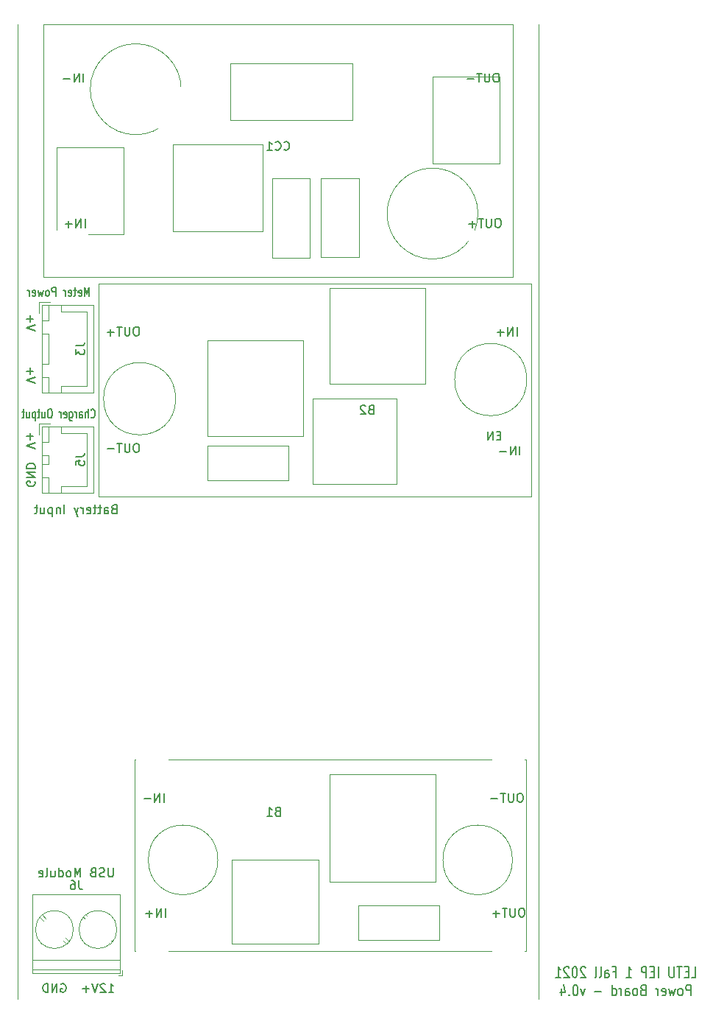
<source format=gbo>
G04 #@! TF.GenerationSoftware,KiCad,Pcbnew,5.1.10*
G04 #@! TF.CreationDate,2021-06-29T02:57:08-05:00*
G04 #@! TF.ProjectId,Power Board,506f7765-7220-4426-9f61-72642e6b6963,rev?*
G04 #@! TF.SameCoordinates,Original*
G04 #@! TF.FileFunction,Legend,Bot*
G04 #@! TF.FilePolarity,Positive*
%FSLAX46Y46*%
G04 Gerber Fmt 4.6, Leading zero omitted, Abs format (unit mm)*
G04 Created by KiCad (PCBNEW 5.1.10) date 2021-06-29 02:57:08*
%MOMM*%
%LPD*%
G01*
G04 APERTURE LIST*
%ADD10C,0.200000*%
%ADD11C,0.150000*%
%ADD12C,0.120000*%
%ADD13O,1.700000X1.700000*%
%ADD14R,1.700000X1.700000*%
%ADD15O,1.950000X1.700000*%
%ADD16C,5.500000*%
%ADD17R,3.750000X3.750000*%
%ADD18C,2.600000*%
%ADD19R,2.600000X2.600000*%
%ADD20C,2.000000*%
%ADD21O,2.000000X1.700000*%
%ADD22C,10.600000*%
%ADD23C,0.900000*%
G04 APERTURE END LIST*
D10*
X115047619Y-125527976D02*
X115523809Y-125527976D01*
X115523809Y-124277976D01*
X114714285Y-124873214D02*
X114380952Y-124873214D01*
X114238095Y-125527976D02*
X114714285Y-125527976D01*
X114714285Y-124277976D01*
X114238095Y-124277976D01*
X113952380Y-124277976D02*
X113380952Y-124277976D01*
X113666666Y-125527976D02*
X113666666Y-124277976D01*
X113047619Y-124277976D02*
X113047619Y-125289880D01*
X113000000Y-125408928D01*
X112952380Y-125468452D01*
X112857142Y-125527976D01*
X112666666Y-125527976D01*
X112571428Y-125468452D01*
X112523809Y-125408928D01*
X112476190Y-125289880D01*
X112476190Y-124277976D01*
X111238095Y-125527976D02*
X111238095Y-124277976D01*
X110761904Y-124873214D02*
X110428571Y-124873214D01*
X110285714Y-125527976D02*
X110761904Y-125527976D01*
X110761904Y-124277976D01*
X110285714Y-124277976D01*
X109857142Y-125527976D02*
X109857142Y-124277976D01*
X109476190Y-124277976D01*
X109380952Y-124337500D01*
X109333333Y-124397023D01*
X109285714Y-124516071D01*
X109285714Y-124694642D01*
X109333333Y-124813690D01*
X109380952Y-124873214D01*
X109476190Y-124932738D01*
X109857142Y-124932738D01*
X107571428Y-125527976D02*
X108142857Y-125527976D01*
X107857142Y-125527976D02*
X107857142Y-124277976D01*
X107952380Y-124456547D01*
X108047619Y-124575595D01*
X108142857Y-124635119D01*
X106047619Y-124873214D02*
X106380952Y-124873214D01*
X106380952Y-125527976D02*
X106380952Y-124277976D01*
X105904761Y-124277976D01*
X105095238Y-125527976D02*
X105095238Y-124873214D01*
X105142857Y-124754166D01*
X105238095Y-124694642D01*
X105428571Y-124694642D01*
X105523809Y-124754166D01*
X105095238Y-125468452D02*
X105190476Y-125527976D01*
X105428571Y-125527976D01*
X105523809Y-125468452D01*
X105571428Y-125349404D01*
X105571428Y-125230357D01*
X105523809Y-125111309D01*
X105428571Y-125051785D01*
X105190476Y-125051785D01*
X105095238Y-124992261D01*
X104476190Y-125527976D02*
X104571428Y-125468452D01*
X104619047Y-125349404D01*
X104619047Y-124277976D01*
X103952380Y-125527976D02*
X104047619Y-125468452D01*
X104095238Y-125349404D01*
X104095238Y-124277976D01*
X102857142Y-124397023D02*
X102809523Y-124337500D01*
X102714285Y-124277976D01*
X102476190Y-124277976D01*
X102380952Y-124337500D01*
X102333333Y-124397023D01*
X102285714Y-124516071D01*
X102285714Y-124635119D01*
X102333333Y-124813690D01*
X102904761Y-125527976D01*
X102285714Y-125527976D01*
X101666666Y-124277976D02*
X101571428Y-124277976D01*
X101476190Y-124337500D01*
X101428571Y-124397023D01*
X101380952Y-124516071D01*
X101333333Y-124754166D01*
X101333333Y-125051785D01*
X101380952Y-125289880D01*
X101428571Y-125408928D01*
X101476190Y-125468452D01*
X101571428Y-125527976D01*
X101666666Y-125527976D01*
X101761904Y-125468452D01*
X101809523Y-125408928D01*
X101857142Y-125289880D01*
X101904761Y-125051785D01*
X101904761Y-124754166D01*
X101857142Y-124516071D01*
X101809523Y-124397023D01*
X101761904Y-124337500D01*
X101666666Y-124277976D01*
X100952380Y-124397023D02*
X100904761Y-124337500D01*
X100809523Y-124277976D01*
X100571428Y-124277976D01*
X100476190Y-124337500D01*
X100428571Y-124397023D01*
X100380952Y-124516071D01*
X100380952Y-124635119D01*
X100428571Y-124813690D01*
X101000000Y-125527976D01*
X100380952Y-125527976D01*
X99428571Y-125527976D02*
X100000000Y-125527976D01*
X99714285Y-125527976D02*
X99714285Y-124277976D01*
X99809523Y-124456547D01*
X99904761Y-124575595D01*
X100000000Y-124635119D01*
X114976190Y-127602976D02*
X114976190Y-126352976D01*
X114595238Y-126352976D01*
X114500000Y-126412500D01*
X114452380Y-126472023D01*
X114404761Y-126591071D01*
X114404761Y-126769642D01*
X114452380Y-126888690D01*
X114500000Y-126948214D01*
X114595238Y-127007738D01*
X114976190Y-127007738D01*
X113833333Y-127602976D02*
X113928571Y-127543452D01*
X113976190Y-127483928D01*
X114023809Y-127364880D01*
X114023809Y-127007738D01*
X113976190Y-126888690D01*
X113928571Y-126829166D01*
X113833333Y-126769642D01*
X113690476Y-126769642D01*
X113595238Y-126829166D01*
X113547619Y-126888690D01*
X113500000Y-127007738D01*
X113500000Y-127364880D01*
X113547619Y-127483928D01*
X113595238Y-127543452D01*
X113690476Y-127602976D01*
X113833333Y-127602976D01*
X113166666Y-126769642D02*
X112976190Y-127602976D01*
X112785714Y-127007738D01*
X112595238Y-127602976D01*
X112404761Y-126769642D01*
X111642857Y-127543452D02*
X111738095Y-127602976D01*
X111928571Y-127602976D01*
X112023809Y-127543452D01*
X112071428Y-127424404D01*
X112071428Y-126948214D01*
X112023809Y-126829166D01*
X111928571Y-126769642D01*
X111738095Y-126769642D01*
X111642857Y-126829166D01*
X111595238Y-126948214D01*
X111595238Y-127067261D01*
X112071428Y-127186309D01*
X111166666Y-127602976D02*
X111166666Y-126769642D01*
X111166666Y-127007738D02*
X111119047Y-126888690D01*
X111071428Y-126829166D01*
X110976190Y-126769642D01*
X110880952Y-126769642D01*
X109452380Y-126948214D02*
X109309523Y-127007738D01*
X109261904Y-127067261D01*
X109214285Y-127186309D01*
X109214285Y-127364880D01*
X109261904Y-127483928D01*
X109309523Y-127543452D01*
X109404761Y-127602976D01*
X109785714Y-127602976D01*
X109785714Y-126352976D01*
X109452380Y-126352976D01*
X109357142Y-126412500D01*
X109309523Y-126472023D01*
X109261904Y-126591071D01*
X109261904Y-126710119D01*
X109309523Y-126829166D01*
X109357142Y-126888690D01*
X109452380Y-126948214D01*
X109785714Y-126948214D01*
X108642857Y-127602976D02*
X108738095Y-127543452D01*
X108785714Y-127483928D01*
X108833333Y-127364880D01*
X108833333Y-127007738D01*
X108785714Y-126888690D01*
X108738095Y-126829166D01*
X108642857Y-126769642D01*
X108500000Y-126769642D01*
X108404761Y-126829166D01*
X108357142Y-126888690D01*
X108309523Y-127007738D01*
X108309523Y-127364880D01*
X108357142Y-127483928D01*
X108404761Y-127543452D01*
X108500000Y-127602976D01*
X108642857Y-127602976D01*
X107452380Y-127602976D02*
X107452380Y-126948214D01*
X107500000Y-126829166D01*
X107595238Y-126769642D01*
X107785714Y-126769642D01*
X107880952Y-126829166D01*
X107452380Y-127543452D02*
X107547619Y-127602976D01*
X107785714Y-127602976D01*
X107880952Y-127543452D01*
X107928571Y-127424404D01*
X107928571Y-127305357D01*
X107880952Y-127186309D01*
X107785714Y-127126785D01*
X107547619Y-127126785D01*
X107452380Y-127067261D01*
X106976190Y-127602976D02*
X106976190Y-126769642D01*
X106976190Y-127007738D02*
X106928571Y-126888690D01*
X106880952Y-126829166D01*
X106785714Y-126769642D01*
X106690476Y-126769642D01*
X105928571Y-127602976D02*
X105928571Y-126352976D01*
X105928571Y-127543452D02*
X106023809Y-127602976D01*
X106214285Y-127602976D01*
X106309523Y-127543452D01*
X106357142Y-127483928D01*
X106404761Y-127364880D01*
X106404761Y-127007738D01*
X106357142Y-126888690D01*
X106309523Y-126829166D01*
X106214285Y-126769642D01*
X106023809Y-126769642D01*
X105928571Y-126829166D01*
X104690476Y-127126785D02*
X103928571Y-127126785D01*
X102785714Y-126769642D02*
X102547619Y-127602976D01*
X102309523Y-126769642D01*
X101738095Y-126352976D02*
X101642857Y-126352976D01*
X101547619Y-126412500D01*
X101500000Y-126472023D01*
X101452380Y-126591071D01*
X101404761Y-126829166D01*
X101404761Y-127126785D01*
X101452380Y-127364880D01*
X101500000Y-127483928D01*
X101547619Y-127543452D01*
X101642857Y-127602976D01*
X101738095Y-127602976D01*
X101833333Y-127543452D01*
X101880952Y-127483928D01*
X101928571Y-127364880D01*
X101976190Y-127126785D01*
X101976190Y-126829166D01*
X101928571Y-126591071D01*
X101880952Y-126472023D01*
X101833333Y-126412500D01*
X101738095Y-126352976D01*
X100976190Y-127483928D02*
X100928571Y-127543452D01*
X100976190Y-127602976D01*
X101023809Y-127543452D01*
X100976190Y-127483928D01*
X100976190Y-127602976D01*
X100071428Y-126769642D02*
X100071428Y-127602976D01*
X100309523Y-126293452D02*
X100547619Y-127186309D01*
X99928571Y-127186309D01*
D11*
X45754761Y-47202380D02*
X45754761Y-46202380D01*
X45488095Y-46916666D01*
X45221428Y-46202380D01*
X45221428Y-47202380D01*
X44535714Y-47154761D02*
X44611904Y-47202380D01*
X44764285Y-47202380D01*
X44840476Y-47154761D01*
X44878571Y-47059523D01*
X44878571Y-46678571D01*
X44840476Y-46583333D01*
X44764285Y-46535714D01*
X44611904Y-46535714D01*
X44535714Y-46583333D01*
X44497619Y-46678571D01*
X44497619Y-46773809D01*
X44878571Y-46869047D01*
X44269047Y-46535714D02*
X43964285Y-46535714D01*
X44154761Y-46202380D02*
X44154761Y-47059523D01*
X44116666Y-47154761D01*
X44040476Y-47202380D01*
X43964285Y-47202380D01*
X43392857Y-47154761D02*
X43469047Y-47202380D01*
X43621428Y-47202380D01*
X43697619Y-47154761D01*
X43735714Y-47059523D01*
X43735714Y-46678571D01*
X43697619Y-46583333D01*
X43621428Y-46535714D01*
X43469047Y-46535714D01*
X43392857Y-46583333D01*
X43354761Y-46678571D01*
X43354761Y-46773809D01*
X43735714Y-46869047D01*
X43011904Y-47202380D02*
X43011904Y-46535714D01*
X43011904Y-46726190D02*
X42973809Y-46630952D01*
X42935714Y-46583333D01*
X42859523Y-46535714D01*
X42783333Y-46535714D01*
X41907142Y-47202380D02*
X41907142Y-46202380D01*
X41602380Y-46202380D01*
X41526190Y-46250000D01*
X41488095Y-46297619D01*
X41450000Y-46392857D01*
X41450000Y-46535714D01*
X41488095Y-46630952D01*
X41526190Y-46678571D01*
X41602380Y-46726190D01*
X41907142Y-46726190D01*
X40992857Y-47202380D02*
X41069047Y-47154761D01*
X41107142Y-47107142D01*
X41145238Y-47011904D01*
X41145238Y-46726190D01*
X41107142Y-46630952D01*
X41069047Y-46583333D01*
X40992857Y-46535714D01*
X40878571Y-46535714D01*
X40802380Y-46583333D01*
X40764285Y-46630952D01*
X40726190Y-46726190D01*
X40726190Y-47011904D01*
X40764285Y-47107142D01*
X40802380Y-47154761D01*
X40878571Y-47202380D01*
X40992857Y-47202380D01*
X40459523Y-46535714D02*
X40307142Y-47202380D01*
X40154761Y-46726190D01*
X40002380Y-47202380D01*
X39850000Y-46535714D01*
X39240476Y-47154761D02*
X39316666Y-47202380D01*
X39469047Y-47202380D01*
X39545238Y-47154761D01*
X39583333Y-47059523D01*
X39583333Y-46678571D01*
X39545238Y-46583333D01*
X39469047Y-46535714D01*
X39316666Y-46535714D01*
X39240476Y-46583333D01*
X39202380Y-46678571D01*
X39202380Y-46773809D01*
X39583333Y-46869047D01*
X38859523Y-47202380D02*
X38859523Y-46535714D01*
X38859523Y-46726190D02*
X38821428Y-46630952D01*
X38783333Y-46583333D01*
X38707142Y-46535714D01*
X38630952Y-46535714D01*
X39547619Y-51202380D02*
X38547619Y-50869047D01*
X39547619Y-50535714D01*
X38928571Y-50202380D02*
X38928571Y-49440476D01*
X38547619Y-49821428D02*
X39309523Y-49821428D01*
X39547619Y-57202380D02*
X38547619Y-56869047D01*
X39547619Y-56535714D01*
X38928571Y-56202380D02*
X38928571Y-55440476D01*
X38547619Y-55821428D02*
X39309523Y-55821428D01*
X39547619Y-64702380D02*
X38547619Y-64369047D01*
X39547619Y-64035714D01*
X38928571Y-63702380D02*
X38928571Y-62940476D01*
X38547619Y-63321428D02*
X39309523Y-63321428D01*
X45946428Y-61107142D02*
X45982142Y-61154761D01*
X46089285Y-61202380D01*
X46160714Y-61202380D01*
X46267857Y-61154761D01*
X46339285Y-61059523D01*
X46375000Y-60964285D01*
X46410714Y-60773809D01*
X46410714Y-60630952D01*
X46375000Y-60440476D01*
X46339285Y-60345238D01*
X46267857Y-60250000D01*
X46160714Y-60202380D01*
X46089285Y-60202380D01*
X45982142Y-60250000D01*
X45946428Y-60297619D01*
X45625000Y-61202380D02*
X45625000Y-60202380D01*
X45303571Y-61202380D02*
X45303571Y-60678571D01*
X45339285Y-60583333D01*
X45410714Y-60535714D01*
X45517857Y-60535714D01*
X45589285Y-60583333D01*
X45625000Y-60630952D01*
X44625000Y-61202380D02*
X44625000Y-60678571D01*
X44660714Y-60583333D01*
X44732142Y-60535714D01*
X44875000Y-60535714D01*
X44946428Y-60583333D01*
X44625000Y-61154761D02*
X44696428Y-61202380D01*
X44875000Y-61202380D01*
X44946428Y-61154761D01*
X44982142Y-61059523D01*
X44982142Y-60964285D01*
X44946428Y-60869047D01*
X44875000Y-60821428D01*
X44696428Y-60821428D01*
X44625000Y-60773809D01*
X44267857Y-61202380D02*
X44267857Y-60535714D01*
X44267857Y-60726190D02*
X44232142Y-60630952D01*
X44196428Y-60583333D01*
X44125000Y-60535714D01*
X44053571Y-60535714D01*
X43482142Y-60535714D02*
X43482142Y-61345238D01*
X43517857Y-61440476D01*
X43553571Y-61488095D01*
X43625000Y-61535714D01*
X43732142Y-61535714D01*
X43803571Y-61488095D01*
X43482142Y-61154761D02*
X43553571Y-61202380D01*
X43696428Y-61202380D01*
X43767857Y-61154761D01*
X43803571Y-61107142D01*
X43839285Y-61011904D01*
X43839285Y-60726190D01*
X43803571Y-60630952D01*
X43767857Y-60583333D01*
X43696428Y-60535714D01*
X43553571Y-60535714D01*
X43482142Y-60583333D01*
X42839285Y-61154761D02*
X42910714Y-61202380D01*
X43053571Y-61202380D01*
X43125000Y-61154761D01*
X43160714Y-61059523D01*
X43160714Y-60678571D01*
X43125000Y-60583333D01*
X43053571Y-60535714D01*
X42910714Y-60535714D01*
X42839285Y-60583333D01*
X42803571Y-60678571D01*
X42803571Y-60773809D01*
X43160714Y-60869047D01*
X42482142Y-61202380D02*
X42482142Y-60535714D01*
X42482142Y-60726190D02*
X42446428Y-60630952D01*
X42410714Y-60583333D01*
X42339285Y-60535714D01*
X42267857Y-60535714D01*
X41303571Y-60202380D02*
X41160714Y-60202380D01*
X41089285Y-60250000D01*
X41017857Y-60345238D01*
X40982142Y-60535714D01*
X40982142Y-60869047D01*
X41017857Y-61059523D01*
X41089285Y-61154761D01*
X41160714Y-61202380D01*
X41303571Y-61202380D01*
X41375000Y-61154761D01*
X41446428Y-61059523D01*
X41482142Y-60869047D01*
X41482142Y-60535714D01*
X41446428Y-60345238D01*
X41375000Y-60250000D01*
X41303571Y-60202380D01*
X40339285Y-60535714D02*
X40339285Y-61202380D01*
X40660714Y-60535714D02*
X40660714Y-61059523D01*
X40625000Y-61154761D01*
X40553571Y-61202380D01*
X40446428Y-61202380D01*
X40375000Y-61154761D01*
X40339285Y-61107142D01*
X40089285Y-60535714D02*
X39803571Y-60535714D01*
X39982142Y-60202380D02*
X39982142Y-61059523D01*
X39946428Y-61154761D01*
X39875000Y-61202380D01*
X39803571Y-61202380D01*
X39553571Y-60535714D02*
X39553571Y-61535714D01*
X39553571Y-60583333D02*
X39482142Y-60535714D01*
X39339285Y-60535714D01*
X39267857Y-60583333D01*
X39232142Y-60630952D01*
X39196428Y-60726190D01*
X39196428Y-61011904D01*
X39232142Y-61107142D01*
X39267857Y-61154761D01*
X39339285Y-61202380D01*
X39482142Y-61202380D01*
X39553571Y-61154761D01*
X38553571Y-60535714D02*
X38553571Y-61202380D01*
X38875000Y-60535714D02*
X38875000Y-61059523D01*
X38839285Y-61154761D01*
X38767857Y-61202380D01*
X38660714Y-61202380D01*
X38589285Y-61154761D01*
X38553571Y-61107142D01*
X38303571Y-60535714D02*
X38017857Y-60535714D01*
X38196428Y-60202380D02*
X38196428Y-61059523D01*
X38160714Y-61154761D01*
X38089285Y-61202380D01*
X38017857Y-61202380D01*
X39500000Y-68511904D02*
X39547619Y-68607142D01*
X39547619Y-68750000D01*
X39500000Y-68892857D01*
X39404761Y-68988095D01*
X39309523Y-69035714D01*
X39119047Y-69083333D01*
X38976190Y-69083333D01*
X38785714Y-69035714D01*
X38690476Y-68988095D01*
X38595238Y-68892857D01*
X38547619Y-68750000D01*
X38547619Y-68654761D01*
X38595238Y-68511904D01*
X38642857Y-68464285D01*
X38976190Y-68464285D01*
X38976190Y-68654761D01*
X38547619Y-68035714D02*
X39547619Y-68035714D01*
X38547619Y-67464285D01*
X39547619Y-67464285D01*
X38547619Y-66988095D02*
X39547619Y-66988095D01*
X39547619Y-66750000D01*
X39500000Y-66607142D01*
X39404761Y-66511904D01*
X39309523Y-66464285D01*
X39119047Y-66416666D01*
X38976190Y-66416666D01*
X38785714Y-66464285D01*
X38690476Y-66511904D01*
X38595238Y-66607142D01*
X38547619Y-66750000D01*
X38547619Y-66988095D01*
X48583333Y-71678571D02*
X48440476Y-71726190D01*
X48392857Y-71773809D01*
X48345238Y-71869047D01*
X48345238Y-72011904D01*
X48392857Y-72107142D01*
X48440476Y-72154761D01*
X48535714Y-72202380D01*
X48916666Y-72202380D01*
X48916666Y-71202380D01*
X48583333Y-71202380D01*
X48488095Y-71250000D01*
X48440476Y-71297619D01*
X48392857Y-71392857D01*
X48392857Y-71488095D01*
X48440476Y-71583333D01*
X48488095Y-71630952D01*
X48583333Y-71678571D01*
X48916666Y-71678571D01*
X47488095Y-72202380D02*
X47488095Y-71678571D01*
X47535714Y-71583333D01*
X47630952Y-71535714D01*
X47821428Y-71535714D01*
X47916666Y-71583333D01*
X47488095Y-72154761D02*
X47583333Y-72202380D01*
X47821428Y-72202380D01*
X47916666Y-72154761D01*
X47964285Y-72059523D01*
X47964285Y-71964285D01*
X47916666Y-71869047D01*
X47821428Y-71821428D01*
X47583333Y-71821428D01*
X47488095Y-71773809D01*
X47154761Y-71535714D02*
X46773809Y-71535714D01*
X47011904Y-71202380D02*
X47011904Y-72059523D01*
X46964285Y-72154761D01*
X46869047Y-72202380D01*
X46773809Y-72202380D01*
X46583333Y-71535714D02*
X46202380Y-71535714D01*
X46440476Y-71202380D02*
X46440476Y-72059523D01*
X46392857Y-72154761D01*
X46297619Y-72202380D01*
X46202380Y-72202380D01*
X45488095Y-72154761D02*
X45583333Y-72202380D01*
X45773809Y-72202380D01*
X45869047Y-72154761D01*
X45916666Y-72059523D01*
X45916666Y-71678571D01*
X45869047Y-71583333D01*
X45773809Y-71535714D01*
X45583333Y-71535714D01*
X45488095Y-71583333D01*
X45440476Y-71678571D01*
X45440476Y-71773809D01*
X45916666Y-71869047D01*
X45011904Y-72202380D02*
X45011904Y-71535714D01*
X45011904Y-71726190D02*
X44964285Y-71630952D01*
X44916666Y-71583333D01*
X44821428Y-71535714D01*
X44726190Y-71535714D01*
X44488095Y-71535714D02*
X44250000Y-72202380D01*
X44011904Y-71535714D02*
X44250000Y-72202380D01*
X44345238Y-72440476D01*
X44392857Y-72488095D01*
X44488095Y-72535714D01*
X42869047Y-72202380D02*
X42869047Y-71202380D01*
X42392857Y-71535714D02*
X42392857Y-72202380D01*
X42392857Y-71630952D02*
X42345238Y-71583333D01*
X42250000Y-71535714D01*
X42107142Y-71535714D01*
X42011904Y-71583333D01*
X41964285Y-71678571D01*
X41964285Y-72202380D01*
X41488095Y-71535714D02*
X41488095Y-72535714D01*
X41488095Y-71583333D02*
X41392857Y-71535714D01*
X41202380Y-71535714D01*
X41107142Y-71583333D01*
X41059523Y-71630952D01*
X41011904Y-71726190D01*
X41011904Y-72011904D01*
X41059523Y-72107142D01*
X41107142Y-72154761D01*
X41202380Y-72202380D01*
X41392857Y-72202380D01*
X41488095Y-72154761D01*
X40154761Y-71535714D02*
X40154761Y-72202380D01*
X40583333Y-71535714D02*
X40583333Y-72059523D01*
X40535714Y-72154761D01*
X40440476Y-72202380D01*
X40297619Y-72202380D01*
X40202380Y-72154761D01*
X40154761Y-72107142D01*
X39821428Y-71535714D02*
X39440476Y-71535714D01*
X39678571Y-71202380D02*
X39678571Y-72059523D01*
X39630952Y-72154761D01*
X39535714Y-72202380D01*
X39440476Y-72202380D01*
X48511904Y-112952380D02*
X48511904Y-113761904D01*
X48464285Y-113857142D01*
X48416666Y-113904761D01*
X48321428Y-113952380D01*
X48130952Y-113952380D01*
X48035714Y-113904761D01*
X47988095Y-113857142D01*
X47940476Y-113761904D01*
X47940476Y-112952380D01*
X47511904Y-113904761D02*
X47369047Y-113952380D01*
X47130952Y-113952380D01*
X47035714Y-113904761D01*
X46988095Y-113857142D01*
X46940476Y-113761904D01*
X46940476Y-113666666D01*
X46988095Y-113571428D01*
X47035714Y-113523809D01*
X47130952Y-113476190D01*
X47321428Y-113428571D01*
X47416666Y-113380952D01*
X47464285Y-113333333D01*
X47511904Y-113238095D01*
X47511904Y-113142857D01*
X47464285Y-113047619D01*
X47416666Y-113000000D01*
X47321428Y-112952380D01*
X47083333Y-112952380D01*
X46940476Y-113000000D01*
X46178571Y-113428571D02*
X46035714Y-113476190D01*
X45988095Y-113523809D01*
X45940476Y-113619047D01*
X45940476Y-113761904D01*
X45988095Y-113857142D01*
X46035714Y-113904761D01*
X46130952Y-113952380D01*
X46511904Y-113952380D01*
X46511904Y-112952380D01*
X46178571Y-112952380D01*
X46083333Y-113000000D01*
X46035714Y-113047619D01*
X45988095Y-113142857D01*
X45988095Y-113238095D01*
X46035714Y-113333333D01*
X46083333Y-113380952D01*
X46178571Y-113428571D01*
X46511904Y-113428571D01*
X44750000Y-113952380D02*
X44750000Y-112952380D01*
X44416666Y-113666666D01*
X44083333Y-112952380D01*
X44083333Y-113952380D01*
X43464285Y-113952380D02*
X43559523Y-113904761D01*
X43607142Y-113857142D01*
X43654761Y-113761904D01*
X43654761Y-113476190D01*
X43607142Y-113380952D01*
X43559523Y-113333333D01*
X43464285Y-113285714D01*
X43321428Y-113285714D01*
X43226190Y-113333333D01*
X43178571Y-113380952D01*
X43130952Y-113476190D01*
X43130952Y-113761904D01*
X43178571Y-113857142D01*
X43226190Y-113904761D01*
X43321428Y-113952380D01*
X43464285Y-113952380D01*
X42273809Y-113952380D02*
X42273809Y-112952380D01*
X42273809Y-113904761D02*
X42369047Y-113952380D01*
X42559523Y-113952380D01*
X42654761Y-113904761D01*
X42702380Y-113857142D01*
X42750000Y-113761904D01*
X42750000Y-113476190D01*
X42702380Y-113380952D01*
X42654761Y-113333333D01*
X42559523Y-113285714D01*
X42369047Y-113285714D01*
X42273809Y-113333333D01*
X41369047Y-113285714D02*
X41369047Y-113952380D01*
X41797619Y-113285714D02*
X41797619Y-113809523D01*
X41750000Y-113904761D01*
X41654761Y-113952380D01*
X41511904Y-113952380D01*
X41416666Y-113904761D01*
X41369047Y-113857142D01*
X40750000Y-113952380D02*
X40845238Y-113904761D01*
X40892857Y-113809523D01*
X40892857Y-112952380D01*
X39988095Y-113904761D02*
X40083333Y-113952380D01*
X40273809Y-113952380D01*
X40369047Y-113904761D01*
X40416666Y-113809523D01*
X40416666Y-113428571D01*
X40369047Y-113333333D01*
X40273809Y-113285714D01*
X40083333Y-113285714D01*
X39988095Y-113333333D01*
X39940476Y-113428571D01*
X39940476Y-113523809D01*
X40416666Y-113619047D01*
X47988095Y-127202380D02*
X48559523Y-127202380D01*
X48273809Y-127202380D02*
X48273809Y-126202380D01*
X48369047Y-126345238D01*
X48464285Y-126440476D01*
X48559523Y-126488095D01*
X47607142Y-126297619D02*
X47559523Y-126250000D01*
X47464285Y-126202380D01*
X47226190Y-126202380D01*
X47130952Y-126250000D01*
X47083333Y-126297619D01*
X47035714Y-126392857D01*
X47035714Y-126488095D01*
X47083333Y-126630952D01*
X47654761Y-127202380D01*
X47035714Y-127202380D01*
X46750000Y-126202380D02*
X46416666Y-127202380D01*
X46083333Y-126202380D01*
X45750000Y-126821428D02*
X44988095Y-126821428D01*
X45369047Y-127202380D02*
X45369047Y-126440476D01*
X42511904Y-126250000D02*
X42607142Y-126202380D01*
X42750000Y-126202380D01*
X42892857Y-126250000D01*
X42988095Y-126345238D01*
X43035714Y-126440476D01*
X43083333Y-126630952D01*
X43083333Y-126773809D01*
X43035714Y-126964285D01*
X42988095Y-127059523D01*
X42892857Y-127154761D01*
X42750000Y-127202380D01*
X42654761Y-127202380D01*
X42511904Y-127154761D01*
X42464285Y-127107142D01*
X42464285Y-126773809D01*
X42654761Y-126773809D01*
X42035714Y-127202380D02*
X42035714Y-126202380D01*
X41464285Y-127202380D01*
X41464285Y-126202380D01*
X40988095Y-127202380D02*
X40988095Y-126202380D01*
X40750000Y-126202380D01*
X40607142Y-126250000D01*
X40511904Y-126345238D01*
X40464285Y-126440476D01*
X40416666Y-126630952D01*
X40416666Y-126773809D01*
X40464285Y-126964285D01*
X40511904Y-127059523D01*
X40607142Y-127154761D01*
X40750000Y-127202380D01*
X40988095Y-127202380D01*
D12*
X97500000Y-16000000D02*
X97500000Y-128000000D01*
X37500000Y-128000000D02*
X37500000Y-16000000D01*
X40290000Y-48190000D02*
X46260000Y-48190000D01*
X46260000Y-48190000D02*
X46260000Y-58310000D01*
X46260000Y-58310000D02*
X40290000Y-58310000D01*
X40290000Y-58310000D02*
X40290000Y-48190000D01*
X40300000Y-51500000D02*
X41050000Y-51500000D01*
X41050000Y-51500000D02*
X41050000Y-55000000D01*
X41050000Y-55000000D02*
X40300000Y-55000000D01*
X40300000Y-55000000D02*
X40300000Y-51500000D01*
X40300000Y-48200000D02*
X41050000Y-48200000D01*
X41050000Y-48200000D02*
X41050000Y-50000000D01*
X41050000Y-50000000D02*
X40300000Y-50000000D01*
X40300000Y-50000000D02*
X40300000Y-48200000D01*
X40300000Y-56500000D02*
X41050000Y-56500000D01*
X41050000Y-56500000D02*
X41050000Y-58300000D01*
X41050000Y-58300000D02*
X40300000Y-58300000D01*
X40300000Y-58300000D02*
X40300000Y-56500000D01*
X42550000Y-48200000D02*
X42550000Y-48950000D01*
X42550000Y-48950000D02*
X45500000Y-48950000D01*
X45500000Y-48950000D02*
X45500000Y-53250000D01*
X42550000Y-58300000D02*
X42550000Y-57550000D01*
X42550000Y-57550000D02*
X45500000Y-57550000D01*
X45500000Y-57550000D02*
X45500000Y-53250000D01*
X40000000Y-49150000D02*
X40000000Y-47900000D01*
X40000000Y-47900000D02*
X41250000Y-47900000D01*
X40500000Y-16000000D02*
X94500000Y-16000000D01*
X40500000Y-45000000D02*
X94500000Y-45000000D01*
X94500000Y-45000000D02*
X94500000Y-16000000D01*
X40500000Y-16000000D02*
X40500000Y-45000000D01*
X42000000Y-40100000D02*
X42000000Y-30100000D01*
X49750000Y-30100000D02*
X49750000Y-40100000D01*
X49750000Y-40100000D02*
X42000000Y-40100000D01*
X49750000Y-30100000D02*
X42000000Y-30100000D01*
X93000000Y-32000000D02*
X93000000Y-22000000D01*
X85250000Y-32000000D02*
X85250000Y-22000000D01*
X85250000Y-32000000D02*
X93000000Y-32000000D01*
X93000000Y-22000000D02*
X85250000Y-22000000D01*
X61970000Y-27000000D02*
X61970000Y-20500000D01*
X76040000Y-27000000D02*
X76040000Y-20500000D01*
X61970000Y-27000000D02*
X76040000Y-27000000D01*
X76040000Y-20500000D02*
X61970000Y-20500000D01*
X55400000Y-29780000D02*
X55400000Y-39790000D01*
X65680000Y-29780000D02*
X65680000Y-39790000D01*
X65680000Y-29780000D02*
X55400000Y-29780000D01*
X65680000Y-39790000D02*
X55400000Y-39790000D01*
X56330000Y-23430000D02*
G75*
G03*
X56330000Y-23430000I-5230000J0D01*
G01*
X90480000Y-37720000D02*
G75*
G03*
X90480000Y-37720000I-5230000J0D01*
G01*
X66780000Y-42770000D02*
X66780000Y-33700000D01*
X71170000Y-42770000D02*
X71170000Y-33700000D01*
X66780000Y-33700000D02*
X71170000Y-33700000D01*
X71170000Y-42770000D02*
X66780000Y-42770000D01*
X76800000Y-42750000D02*
X72410000Y-42750000D01*
X72410000Y-42750000D02*
X72410000Y-33680000D01*
X72410000Y-33680000D02*
X76800000Y-33680000D01*
X76800000Y-42750000D02*
X76800000Y-33680000D01*
X49550000Y-125300000D02*
X49150000Y-125300000D01*
X49550000Y-124660000D02*
X49550000Y-125300000D01*
X43008000Y-120992000D02*
X43403000Y-121388000D01*
X40362000Y-118346000D02*
X40742000Y-118726000D01*
X42757000Y-121274000D02*
X43137000Y-121654000D01*
X40096000Y-118612000D02*
X40491000Y-119008000D01*
X48298000Y-121281000D02*
X48404000Y-121388000D01*
X45362000Y-118346000D02*
X45469000Y-118453000D01*
X48032000Y-121547000D02*
X48138000Y-121654000D01*
X45096000Y-118612000D02*
X45203000Y-118719000D01*
X39190000Y-115940000D02*
X39190000Y-125060000D01*
X49310000Y-115940000D02*
X49310000Y-125060000D01*
X49310000Y-125060000D02*
X39190000Y-125060000D01*
X49310000Y-115940000D02*
X39190000Y-115940000D01*
X49310000Y-123500000D02*
X39190000Y-123500000D01*
X49310000Y-124600000D02*
X39190000Y-124600000D01*
X43930000Y-120000000D02*
G75*
G03*
X43930000Y-120000000I-2180000J0D01*
G01*
X48930000Y-120000000D02*
G75*
G03*
X48930000Y-120000000I-2180000J0D01*
G01*
X96000000Y-122500000D02*
X51000000Y-122500000D01*
X96000000Y-100500000D02*
X96000000Y-122500000D01*
X51000000Y-100500000D02*
X96000000Y-100500000D01*
X51000000Y-122500000D02*
X51000000Y-100500000D01*
X62150000Y-112000000D02*
X62150000Y-121600000D01*
X62150000Y-121600000D02*
X72150000Y-121600000D01*
X72150000Y-121600000D02*
X72150000Y-112000000D01*
X72150000Y-112000000D02*
X62150000Y-112000000D01*
X73400000Y-114500000D02*
X85600000Y-114500000D01*
X85600000Y-114500000D02*
X85600000Y-102200000D01*
X85600000Y-102200000D02*
X73400000Y-102200000D01*
X73400000Y-102200000D02*
X73400000Y-114500000D01*
X60550000Y-112000000D02*
G75*
G03*
X60550000Y-112000000I-4000000J0D01*
G01*
X94450000Y-112000000D02*
G75*
G03*
X94450000Y-112000000I-4000000J0D01*
G01*
X76700000Y-117250000D02*
X76700000Y-121250000D01*
X76700000Y-121250000D02*
X86000000Y-121250000D01*
X86000000Y-121250000D02*
X86000000Y-117250000D01*
X86000000Y-117250000D02*
X76700000Y-117250000D01*
X59350000Y-63300000D02*
X70350000Y-63300000D01*
X59350000Y-52300000D02*
X59350000Y-63300000D01*
X70350000Y-52300000D02*
X59350000Y-52300000D01*
X70350000Y-63300000D02*
X70350000Y-52300000D01*
X73450000Y-57300000D02*
X84450000Y-57300000D01*
X73450000Y-46300000D02*
X73450000Y-57300000D01*
X84450000Y-46300000D02*
X73450000Y-46300000D01*
X84450000Y-46300000D02*
X84450000Y-57300000D01*
X55700000Y-59000000D02*
G75*
G03*
X55700000Y-59000000I-4150000J0D01*
G01*
X96100000Y-56800000D02*
G75*
G03*
X96100000Y-56800000I-4150000J0D01*
G01*
X96650000Y-45800000D02*
X96650000Y-70200000D01*
X96650000Y-70200000D02*
X46850000Y-70200000D01*
X46850000Y-45800000D02*
X96650000Y-45800000D01*
X46850000Y-70200000D02*
X46850000Y-45800000D01*
X81150000Y-59000000D02*
X81150000Y-68800000D01*
X81150000Y-68800000D02*
X71450000Y-68800000D01*
X71450000Y-68800000D02*
X71450000Y-59000000D01*
X71450000Y-59000000D02*
X81150000Y-59000000D01*
X59350000Y-68400000D02*
X68650000Y-68400000D01*
X68650000Y-64400000D02*
X59350000Y-64400000D01*
X59350000Y-64400000D02*
X59350000Y-68400000D01*
X68650000Y-68400000D02*
X68650000Y-64400000D01*
X40290000Y-62190000D02*
X46260000Y-62190000D01*
X46260000Y-62190000D02*
X46260000Y-69810000D01*
X46260000Y-69810000D02*
X40290000Y-69810000D01*
X40290000Y-69810000D02*
X40290000Y-62190000D01*
X40300000Y-65500000D02*
X41050000Y-65500000D01*
X41050000Y-65500000D02*
X41050000Y-66500000D01*
X41050000Y-66500000D02*
X40300000Y-66500000D01*
X40300000Y-66500000D02*
X40300000Y-65500000D01*
X40300000Y-62200000D02*
X41050000Y-62200000D01*
X41050000Y-62200000D02*
X41050000Y-64000000D01*
X41050000Y-64000000D02*
X40300000Y-64000000D01*
X40300000Y-64000000D02*
X40300000Y-62200000D01*
X40300000Y-68000000D02*
X41050000Y-68000000D01*
X41050000Y-68000000D02*
X41050000Y-69800000D01*
X41050000Y-69800000D02*
X40300000Y-69800000D01*
X40300000Y-69800000D02*
X40300000Y-68000000D01*
X42550000Y-62200000D02*
X42550000Y-62950000D01*
X42550000Y-62950000D02*
X45500000Y-62950000D01*
X45500000Y-62950000D02*
X45500000Y-66000000D01*
X42550000Y-69800000D02*
X42550000Y-69050000D01*
X42550000Y-69050000D02*
X45500000Y-69050000D01*
X45500000Y-69050000D02*
X45500000Y-66000000D01*
X40000000Y-63150000D02*
X40000000Y-61900000D01*
X40000000Y-61900000D02*
X41250000Y-61900000D01*
D11*
X44202380Y-52916666D02*
X44916666Y-52916666D01*
X45059523Y-52869047D01*
X45154761Y-52773809D01*
X45202380Y-52630952D01*
X45202380Y-52535714D01*
X44202380Y-53297619D02*
X44202380Y-53916666D01*
X44583333Y-53583333D01*
X44583333Y-53726190D01*
X44630952Y-53821428D01*
X44678571Y-53869047D01*
X44773809Y-53916666D01*
X45011904Y-53916666D01*
X45107142Y-53869047D01*
X45154761Y-53821428D01*
X45202380Y-53726190D01*
X45202380Y-53440476D01*
X45154761Y-53345238D01*
X45107142Y-53297619D01*
X68166666Y-30357142D02*
X68214285Y-30404761D01*
X68357142Y-30452380D01*
X68452380Y-30452380D01*
X68595238Y-30404761D01*
X68690476Y-30309523D01*
X68738095Y-30214285D01*
X68785714Y-30023809D01*
X68785714Y-29880952D01*
X68738095Y-29690476D01*
X68690476Y-29595238D01*
X68595238Y-29500000D01*
X68452380Y-29452380D01*
X68357142Y-29452380D01*
X68214285Y-29500000D01*
X68166666Y-29547619D01*
X67166666Y-30357142D02*
X67214285Y-30404761D01*
X67357142Y-30452380D01*
X67452380Y-30452380D01*
X67595238Y-30404761D01*
X67690476Y-30309523D01*
X67738095Y-30214285D01*
X67785714Y-30023809D01*
X67785714Y-29880952D01*
X67738095Y-29690476D01*
X67690476Y-29595238D01*
X67595238Y-29500000D01*
X67452380Y-29452380D01*
X67357142Y-29452380D01*
X67214285Y-29500000D01*
X67166666Y-29547619D01*
X66214285Y-30452380D02*
X66785714Y-30452380D01*
X66500000Y-30452380D02*
X66500000Y-29452380D01*
X66595238Y-29595238D01*
X66690476Y-29690476D01*
X66785714Y-29738095D01*
X92669047Y-21602380D02*
X92478571Y-21602380D01*
X92383333Y-21650000D01*
X92288095Y-21745238D01*
X92240476Y-21935714D01*
X92240476Y-22269047D01*
X92288095Y-22459523D01*
X92383333Y-22554761D01*
X92478571Y-22602380D01*
X92669047Y-22602380D01*
X92764285Y-22554761D01*
X92859523Y-22459523D01*
X92907142Y-22269047D01*
X92907142Y-21935714D01*
X92859523Y-21745238D01*
X92764285Y-21650000D01*
X92669047Y-21602380D01*
X91811904Y-21602380D02*
X91811904Y-22411904D01*
X91764285Y-22507142D01*
X91716666Y-22554761D01*
X91621428Y-22602380D01*
X91430952Y-22602380D01*
X91335714Y-22554761D01*
X91288095Y-22507142D01*
X91240476Y-22411904D01*
X91240476Y-21602380D01*
X90907142Y-21602380D02*
X90335714Y-21602380D01*
X90621428Y-22602380D02*
X90621428Y-21602380D01*
X90002380Y-22221428D02*
X89240476Y-22221428D01*
X92869047Y-38302380D02*
X92678571Y-38302380D01*
X92583333Y-38350000D01*
X92488095Y-38445238D01*
X92440476Y-38635714D01*
X92440476Y-38969047D01*
X92488095Y-39159523D01*
X92583333Y-39254761D01*
X92678571Y-39302380D01*
X92869047Y-39302380D01*
X92964285Y-39254761D01*
X93059523Y-39159523D01*
X93107142Y-38969047D01*
X93107142Y-38635714D01*
X93059523Y-38445238D01*
X92964285Y-38350000D01*
X92869047Y-38302380D01*
X92011904Y-38302380D02*
X92011904Y-39111904D01*
X91964285Y-39207142D01*
X91916666Y-39254761D01*
X91821428Y-39302380D01*
X91630952Y-39302380D01*
X91535714Y-39254761D01*
X91488095Y-39207142D01*
X91440476Y-39111904D01*
X91440476Y-38302380D01*
X91107142Y-38302380D02*
X90535714Y-38302380D01*
X90821428Y-39302380D02*
X90821428Y-38302380D01*
X90202380Y-38921428D02*
X89440476Y-38921428D01*
X89821428Y-39302380D02*
X89821428Y-38540476D01*
X45092857Y-22602380D02*
X45092857Y-21602380D01*
X44616666Y-22602380D02*
X44616666Y-21602380D01*
X44045238Y-22602380D01*
X44045238Y-21602380D01*
X43569047Y-22221428D02*
X42807142Y-22221428D01*
X45292857Y-39302380D02*
X45292857Y-38302380D01*
X44816666Y-39302380D02*
X44816666Y-38302380D01*
X44245238Y-39302380D01*
X44245238Y-38302380D01*
X43769047Y-38921428D02*
X43007142Y-38921428D01*
X43388095Y-39302380D02*
X43388095Y-38540476D01*
X44583333Y-114392380D02*
X44583333Y-115106666D01*
X44630952Y-115249523D01*
X44726190Y-115344761D01*
X44869047Y-115392380D01*
X44964285Y-115392380D01*
X43678571Y-114392380D02*
X43869047Y-114392380D01*
X43964285Y-114440000D01*
X44011904Y-114487619D01*
X44107142Y-114630476D01*
X44154761Y-114820952D01*
X44154761Y-115201904D01*
X44107142Y-115297142D01*
X44059523Y-115344761D01*
X43964285Y-115392380D01*
X43773809Y-115392380D01*
X43678571Y-115344761D01*
X43630952Y-115297142D01*
X43583333Y-115201904D01*
X43583333Y-114963809D01*
X43630952Y-114868571D01*
X43678571Y-114820952D01*
X43773809Y-114773333D01*
X43964285Y-114773333D01*
X44059523Y-114820952D01*
X44107142Y-114868571D01*
X44154761Y-114963809D01*
X67404761Y-106428571D02*
X67261904Y-106476190D01*
X67214285Y-106523809D01*
X67166666Y-106619047D01*
X67166666Y-106761904D01*
X67214285Y-106857142D01*
X67261904Y-106904761D01*
X67357142Y-106952380D01*
X67738095Y-106952380D01*
X67738095Y-105952380D01*
X67404761Y-105952380D01*
X67309523Y-106000000D01*
X67261904Y-106047619D01*
X67214285Y-106142857D01*
X67214285Y-106238095D01*
X67261904Y-106333333D01*
X67309523Y-106380952D01*
X67404761Y-106428571D01*
X67738095Y-106428571D01*
X66214285Y-106952380D02*
X66785714Y-106952380D01*
X66500000Y-106952380D02*
X66500000Y-105952380D01*
X66595238Y-106095238D01*
X66690476Y-106190476D01*
X66785714Y-106238095D01*
X54542857Y-118552380D02*
X54542857Y-117552380D01*
X54066666Y-118552380D02*
X54066666Y-117552380D01*
X53495238Y-118552380D01*
X53495238Y-117552380D01*
X53019047Y-118171428D02*
X52257142Y-118171428D01*
X52638095Y-118552380D02*
X52638095Y-117790476D01*
X54342857Y-105352380D02*
X54342857Y-104352380D01*
X53866666Y-105352380D02*
X53866666Y-104352380D01*
X53295238Y-105352380D01*
X53295238Y-104352380D01*
X52819047Y-104971428D02*
X52057142Y-104971428D01*
X95619047Y-117552380D02*
X95428571Y-117552380D01*
X95333333Y-117600000D01*
X95238095Y-117695238D01*
X95190476Y-117885714D01*
X95190476Y-118219047D01*
X95238095Y-118409523D01*
X95333333Y-118504761D01*
X95428571Y-118552380D01*
X95619047Y-118552380D01*
X95714285Y-118504761D01*
X95809523Y-118409523D01*
X95857142Y-118219047D01*
X95857142Y-117885714D01*
X95809523Y-117695238D01*
X95714285Y-117600000D01*
X95619047Y-117552380D01*
X94761904Y-117552380D02*
X94761904Y-118361904D01*
X94714285Y-118457142D01*
X94666666Y-118504761D01*
X94571428Y-118552380D01*
X94380952Y-118552380D01*
X94285714Y-118504761D01*
X94238095Y-118457142D01*
X94190476Y-118361904D01*
X94190476Y-117552380D01*
X93857142Y-117552380D02*
X93285714Y-117552380D01*
X93571428Y-118552380D02*
X93571428Y-117552380D01*
X92952380Y-118171428D02*
X92190476Y-118171428D01*
X92571428Y-118552380D02*
X92571428Y-117790476D01*
X95419047Y-104352380D02*
X95228571Y-104352380D01*
X95133333Y-104400000D01*
X95038095Y-104495238D01*
X94990476Y-104685714D01*
X94990476Y-105019047D01*
X95038095Y-105209523D01*
X95133333Y-105304761D01*
X95228571Y-105352380D01*
X95419047Y-105352380D01*
X95514285Y-105304761D01*
X95609523Y-105209523D01*
X95657142Y-105019047D01*
X95657142Y-104685714D01*
X95609523Y-104495238D01*
X95514285Y-104400000D01*
X95419047Y-104352380D01*
X94561904Y-104352380D02*
X94561904Y-105161904D01*
X94514285Y-105257142D01*
X94466666Y-105304761D01*
X94371428Y-105352380D01*
X94180952Y-105352380D01*
X94085714Y-105304761D01*
X94038095Y-105257142D01*
X93990476Y-105161904D01*
X93990476Y-104352380D01*
X93657142Y-104352380D02*
X93085714Y-104352380D01*
X93371428Y-105352380D02*
X93371428Y-104352380D01*
X92752380Y-104971428D02*
X91990476Y-104971428D01*
X78154761Y-60228571D02*
X78011904Y-60276190D01*
X77964285Y-60323809D01*
X77916666Y-60419047D01*
X77916666Y-60561904D01*
X77964285Y-60657142D01*
X78011904Y-60704761D01*
X78107142Y-60752380D01*
X78488095Y-60752380D01*
X78488095Y-59752380D01*
X78154761Y-59752380D01*
X78059523Y-59800000D01*
X78011904Y-59847619D01*
X77964285Y-59942857D01*
X77964285Y-60038095D01*
X78011904Y-60133333D01*
X78059523Y-60180952D01*
X78154761Y-60228571D01*
X78488095Y-60228571D01*
X77535714Y-59847619D02*
X77488095Y-59800000D01*
X77392857Y-59752380D01*
X77154761Y-59752380D01*
X77059523Y-59800000D01*
X77011904Y-59847619D01*
X76964285Y-59942857D01*
X76964285Y-60038095D01*
X77011904Y-60180952D01*
X77583333Y-60752380D01*
X76964285Y-60752380D01*
X94992857Y-51752380D02*
X94992857Y-50752380D01*
X94516666Y-51752380D02*
X94516666Y-50752380D01*
X93945238Y-51752380D01*
X93945238Y-50752380D01*
X93469047Y-51371428D02*
X92707142Y-51371428D01*
X93088095Y-51752380D02*
X93088095Y-50990476D01*
X95292857Y-65452380D02*
X95292857Y-64452380D01*
X94816666Y-65452380D02*
X94816666Y-64452380D01*
X94245238Y-65452380D01*
X94245238Y-64452380D01*
X93769047Y-65071428D02*
X93007142Y-65071428D01*
X51269047Y-50752380D02*
X51078571Y-50752380D01*
X50983333Y-50800000D01*
X50888095Y-50895238D01*
X50840476Y-51085714D01*
X50840476Y-51419047D01*
X50888095Y-51609523D01*
X50983333Y-51704761D01*
X51078571Y-51752380D01*
X51269047Y-51752380D01*
X51364285Y-51704761D01*
X51459523Y-51609523D01*
X51507142Y-51419047D01*
X51507142Y-51085714D01*
X51459523Y-50895238D01*
X51364285Y-50800000D01*
X51269047Y-50752380D01*
X50411904Y-50752380D02*
X50411904Y-51561904D01*
X50364285Y-51657142D01*
X50316666Y-51704761D01*
X50221428Y-51752380D01*
X50030952Y-51752380D01*
X49935714Y-51704761D01*
X49888095Y-51657142D01*
X49840476Y-51561904D01*
X49840476Y-50752380D01*
X49507142Y-50752380D02*
X48935714Y-50752380D01*
X49221428Y-51752380D02*
X49221428Y-50752380D01*
X48602380Y-51371428D02*
X47840476Y-51371428D01*
X48221428Y-51752380D02*
X48221428Y-50990476D01*
X51269047Y-64152380D02*
X51078571Y-64152380D01*
X50983333Y-64200000D01*
X50888095Y-64295238D01*
X50840476Y-64485714D01*
X50840476Y-64819047D01*
X50888095Y-65009523D01*
X50983333Y-65104761D01*
X51078571Y-65152380D01*
X51269047Y-65152380D01*
X51364285Y-65104761D01*
X51459523Y-65009523D01*
X51507142Y-64819047D01*
X51507142Y-64485714D01*
X51459523Y-64295238D01*
X51364285Y-64200000D01*
X51269047Y-64152380D01*
X50411904Y-64152380D02*
X50411904Y-64961904D01*
X50364285Y-65057142D01*
X50316666Y-65104761D01*
X50221428Y-65152380D01*
X50030952Y-65152380D01*
X49935714Y-65104761D01*
X49888095Y-65057142D01*
X49840476Y-64961904D01*
X49840476Y-64152380D01*
X49507142Y-64152380D02*
X48935714Y-64152380D01*
X49221428Y-65152380D02*
X49221428Y-64152380D01*
X48602380Y-64771428D02*
X47840476Y-64771428D01*
X93088095Y-63228571D02*
X92754761Y-63228571D01*
X92611904Y-63752380D02*
X93088095Y-63752380D01*
X93088095Y-62752380D01*
X92611904Y-62752380D01*
X92183333Y-63752380D02*
X92183333Y-62752380D01*
X91611904Y-63752380D01*
X91611904Y-62752380D01*
X44202380Y-65666666D02*
X44916666Y-65666666D01*
X45059523Y-65619047D01*
X45154761Y-65523809D01*
X45202380Y-65380952D01*
X45202380Y-65285714D01*
X44202380Y-66619047D02*
X44202380Y-66142857D01*
X44678571Y-66095238D01*
X44630952Y-66142857D01*
X44583333Y-66238095D01*
X44583333Y-66476190D01*
X44630952Y-66571428D01*
X44678571Y-66619047D01*
X44773809Y-66666666D01*
X45011904Y-66666666D01*
X45107142Y-66619047D01*
X45154761Y-66571428D01*
X45202380Y-66476190D01*
X45202380Y-66238095D01*
X45154761Y-66142857D01*
X45107142Y-66095238D01*
%LPC*%
D13*
X80360000Y-126250000D03*
X77820000Y-126250000D03*
X75280000Y-126250000D03*
X72740000Y-126250000D03*
X70200000Y-126250000D03*
X67660000Y-126250000D03*
X65120000Y-126250000D03*
X62580000Y-126250000D03*
X60040000Y-126250000D03*
D14*
X57500000Y-126250000D03*
D13*
X108790000Y-52120000D03*
X106250000Y-52120000D03*
X108790000Y-49580000D03*
X106250000Y-49580000D03*
X108790000Y-47040000D03*
X106250000Y-47040000D03*
X108790000Y-44500000D03*
X106250000Y-44500000D03*
X108790000Y-41960000D03*
D14*
X106250000Y-41960000D03*
D15*
X42750000Y-55750000D03*
X42750000Y-53250000D03*
G36*
G01*
X42025000Y-49900000D02*
X43475000Y-49900000D01*
G75*
G02*
X43725000Y-50150000I0J-250000D01*
G01*
X43725000Y-51350000D01*
G75*
G02*
X43475000Y-51600000I-250000J0D01*
G01*
X42025000Y-51600000D01*
G75*
G02*
X41775000Y-51350000I0J250000D01*
G01*
X41775000Y-50150000D01*
G75*
G02*
X42025000Y-49900000I250000J0D01*
G01*
G37*
D16*
X80000000Y-30500000D03*
X55000000Y-25500000D03*
D17*
X91250000Y-41500000D03*
X91250000Y-19500000D03*
X43750000Y-41500000D03*
X43750000Y-19500000D03*
D18*
X41750000Y-120000000D03*
D19*
X46750000Y-120000000D03*
D17*
X53000000Y-120750000D03*
X53000000Y-102250000D03*
X94000000Y-120750000D03*
X94000000Y-102250000D03*
D16*
X88500000Y-103500000D03*
X58500000Y-119500000D03*
D17*
X93850000Y-48500000D03*
X93850000Y-67500000D03*
X49650000Y-48500000D03*
X49650000Y-67500000D03*
D16*
X55150000Y-66750000D03*
X88350000Y-49250000D03*
D20*
X94750000Y-63200000D03*
D18*
X107500000Y-58750000D03*
D19*
X107500000Y-63750000D03*
D18*
X107500000Y-68750000D03*
D19*
X107500000Y-73750000D03*
D21*
X42750000Y-67250000D03*
G36*
G01*
X42000000Y-63900000D02*
X43500000Y-63900000D01*
G75*
G02*
X43750000Y-64150000I0J-250000D01*
G01*
X43750000Y-65350000D01*
G75*
G02*
X43500000Y-65600000I-250000J0D01*
G01*
X42000000Y-65600000D01*
G75*
G02*
X41750000Y-65350000I0J250000D01*
G01*
X41750000Y-64150000D01*
G75*
G02*
X42000000Y-63900000I250000J0D01*
G01*
G37*
D18*
X107500000Y-88750000D03*
D19*
X107500000Y-93750000D03*
D22*
X107500000Y-118000000D03*
D23*
X111475000Y-118000000D03*
X110310749Y-120810749D03*
X107500000Y-121975000D03*
X104689251Y-120810749D03*
X103525000Y-118000000D03*
X104689251Y-115189251D03*
X107500000Y-114025000D03*
X110310749Y-115189251D03*
D22*
X107500000Y-26000000D03*
D23*
X111475000Y-26000000D03*
X110310749Y-28810749D03*
X107500000Y-29975000D03*
X104689251Y-28810749D03*
X103525000Y-26000000D03*
X104689251Y-23189251D03*
X107500000Y-22025000D03*
X110310749Y-23189251D03*
D22*
X27500000Y-118000000D03*
D23*
X31475000Y-118000000D03*
X30310749Y-120810749D03*
X27500000Y-121975000D03*
X24689251Y-120810749D03*
X23525000Y-118000000D03*
X24689251Y-115189251D03*
X27500000Y-114025000D03*
X30310749Y-115189251D03*
D22*
X27500000Y-26000000D03*
D23*
X31475000Y-26000000D03*
X30310749Y-28810749D03*
X27500000Y-29975000D03*
X24689251Y-28810749D03*
X23525000Y-26000000D03*
X24689251Y-23189251D03*
X27500000Y-22025000D03*
X30310749Y-23189251D03*
M02*

</source>
